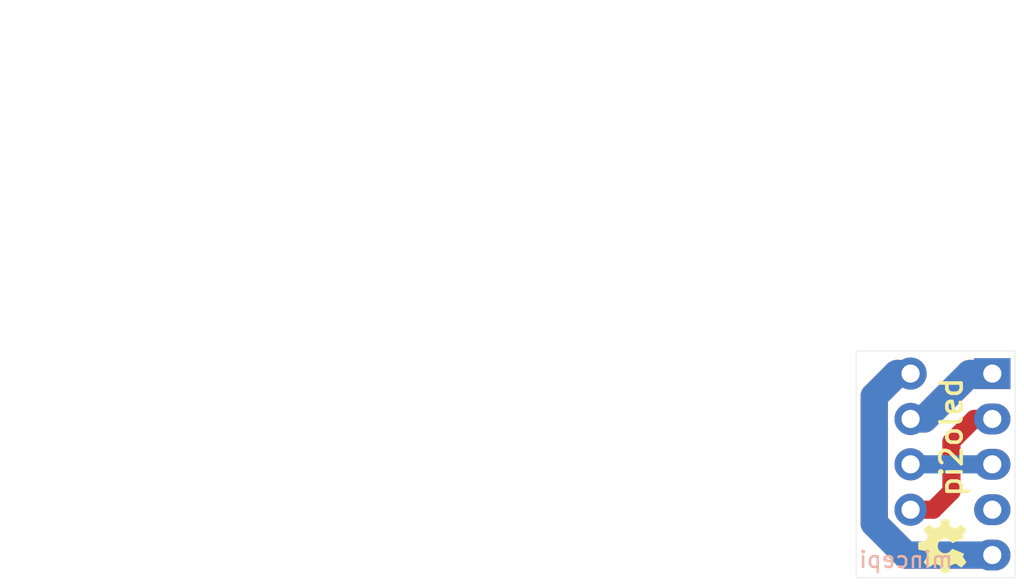
<source format=kicad_pcb>
(kicad_pcb (version 4) (host pcbnew 4.0.5+dfsg1-4)

  (general
    (links 4)
    (no_connects 0)
    (area 123.177299 76.187299 132.092701 88.912701)
    (thickness 1.6)
    (drawings 6)
    (tracks 23)
    (zones 0)
    (modules 3)
    (nets 6)
  )

  (page A4)
  (layers
    (0 F.Cu signal)
    (31 B.Cu signal)
    (32 B.Adhes user)
    (33 F.Adhes user hide)
    (34 B.Paste user)
    (35 F.Paste user)
    (36 B.SilkS user)
    (37 F.SilkS user)
    (38 B.Mask user)
    (39 F.Mask user)
    (40 Dwgs.User user)
    (41 Cmts.User user)
    (42 Eco1.User user)
    (43 Eco2.User user)
    (44 Edge.Cuts user)
    (45 Margin user)
    (46 B.CrtYd user)
    (47 F.CrtYd user)
    (48 B.Fab user)
    (49 F.Fab user)
  )

  (setup
    (last_trace_width 0.25)
    (user_trace_width 0.2032)
    (user_trace_width 0.254)
    (user_trace_width 0.508)
    (user_trace_width 0.762)
    (user_trace_width 1.016)
    (user_trace_width 1.27)
    (user_trace_width 1.524)
    (trace_clearance 0.2)
    (zone_clearance 0.508)
    (zone_45_only no)
    (trace_min 0.2)
    (segment_width 0.2)
    (edge_width 0.15)
    (via_size 0.6)
    (via_drill 0.4)
    (via_min_size 0.4)
    (via_min_drill 0.3)
    (uvia_size 0.3)
    (uvia_drill 0.1)
    (uvias_allowed no)
    (uvia_min_size 0)
    (uvia_min_drill 0)
    (pcb_text_width 0.3)
    (pcb_text_size 1.5 1.5)
    (mod_edge_width 0.15)
    (mod_text_size 1 1)
    (mod_text_width 0.15)
    (pad_size 1.524 1.524)
    (pad_drill 0.762)
    (pad_to_mask_clearance 0)
    (aux_axis_origin 0 0)
    (visible_elements 7FFFFFFF)
    (pcbplotparams
      (layerselection 0x00030_80000001)
      (usegerberextensions false)
      (excludeedgelayer true)
      (linewidth 0.100000)
      (plotframeref false)
      (viasonmask false)
      (mode 1)
      (useauxorigin false)
      (hpglpennumber 1)
      (hpglpenspeed 20)
      (hpglpendiameter 15)
      (hpglpenoverlay 2)
      (psnegative false)
      (psa4output false)
      (plotreference true)
      (plotvalue true)
      (plotinvisibletext false)
      (padsonsilk false)
      (subtractmaskfromsilk false)
      (outputformat 1)
      (mirror false)
      (drillshape 1)
      (scaleselection 1)
      (outputdirectory ""))
  )

  (net 0 "")
  (net 1 "Net-(P1-Pad1)")
  (net 2 "Net-(P1-Pad2)")
  (net 3 "Net-(P1-Pad3)")
  (net 4 "Net-(P1-Pad4)")
  (net 5 "Net-(P2-Pad4)")

  (net_class Default "This is the default net class."
    (clearance 0.2)
    (trace_width 0.25)
    (via_dia 0.6)
    (via_drill 0.4)
    (uvia_dia 0.3)
    (uvia_drill 0.1)
    (add_net "Net-(P1-Pad1)")
    (add_net "Net-(P1-Pad2)")
    (add_net "Net-(P1-Pad3)")
    (add_net "Net-(P1-Pad4)")
    (add_net "Net-(P2-Pad4)")
  )

  (module Pin_Headers:Pin_Header_Straight_1x04 (layer F.Cu) (tedit 5BFB6C8E) (tstamp 5BF9B0AD)
    (at 126.238 77.47)
    (descr "Through hole pin header")
    (tags "pin header")
    (path /5BF9AD2F)
    (fp_text reference P1 (at -43.942 -17.018) (layer F.SilkS) hide
      (effects (font (size 1 1) (thickness 0.15)))
    )
    (fp_text value CONN_01X04 (at -45.72 -18.796) (layer F.Fab)
      (effects (font (size 1 1) (thickness 0.15)))
    )
    (fp_line (start -1.75 -1.75) (end -1.75 9.4) (layer F.CrtYd) (width 0.05))
    (fp_line (start 1.75 -1.75) (end 1.75 9.4) (layer F.CrtYd) (width 0.05))
    (fp_line (start -1.75 -1.75) (end 1.75 -1.75) (layer F.CrtYd) (width 0.05))
    (fp_line (start -1.75 9.4) (end 1.75 9.4) (layer F.CrtYd) (width 0.05))
    (pad 1 thru_hole circle (at 0 0) (size 1.8 1.8) (drill 1.016) (layers *.Cu *.Mask)
      (net 1 "Net-(P1-Pad1)"))
    (pad 2 thru_hole circle (at 0 2.54) (size 1.8 1.8) (drill 1.016) (layers *.Cu *.Mask)
      (net 2 "Net-(P1-Pad2)"))
    (pad 3 thru_hole circle (at 0 5.08) (size 1.8 1.8) (drill 1.016) (layers *.Cu *.Mask)
      (net 3 "Net-(P1-Pad3)"))
    (pad 4 thru_hole circle (at 0 7.62) (size 1.8 1.8) (drill 1.016) (layers *.Cu *.Mask)
      (net 4 "Net-(P1-Pad4)"))
    (model Pin_Headers.3dshapes/Pin_Header_Straight_1x04.wrl
      (at (xyz 0 -0.15 0))
      (scale (xyz 1 1 1))
      (rotate (xyz 0 0 90))
    )
  )

  (module Pin_Headers:Pin_Header_Straight_1x05 (layer F.Cu) (tedit 5BF9CF09) (tstamp 5BF9B0B6)
    (at 130.81 77.47)
    (descr "Through hole pin header")
    (tags "pin header")
    (path /5BF9ACB8)
    (fp_text reference P2 (at -48.768 -16.764) (layer F.SilkS) hide
      (effects (font (size 1 1) (thickness 0.15)))
    )
    (fp_text value CONN_01X05 (at -50.546 -20.066) (layer F.Fab)
      (effects (font (size 1 1) (thickness 0.15)))
    )
    (fp_line (start -1.75 -1.75) (end -1.75 11.95) (layer F.CrtYd) (width 0.05))
    (fp_line (start 1.75 -1.75) (end 1.75 11.95) (layer F.CrtYd) (width 0.05))
    (fp_line (start -1.75 -1.75) (end 1.75 -1.75) (layer F.CrtYd) (width 0.05))
    (fp_line (start -1.75 11.95) (end 1.75 11.95) (layer F.CrtYd) (width 0.05))
    (pad 1 thru_hole rect (at 0 0) (size 2.032 1.7272) (drill 1.016) (layers *.Cu *.Mask)
      (net 2 "Net-(P1-Pad2)"))
    (pad 2 thru_hole oval (at 0 2.54) (size 2.032 1.7272) (drill 1.016) (layers *.Cu *.Mask)
      (net 4 "Net-(P1-Pad4)"))
    (pad 3 thru_hole oval (at 0 5.08) (size 2.032 1.7272) (drill 1.016) (layers *.Cu *.Mask)
      (net 3 "Net-(P1-Pad3)"))
    (pad 4 thru_hole oval (at 0 7.62) (size 2.032 1.7272) (drill 1.016) (layers *.Cu *.Mask)
      (net 5 "Net-(P2-Pad4)"))
    (pad 5 thru_hole oval (at 0 10.16) (size 2.032 1.7272) (drill 1.016) (layers *.Cu *.Mask)
      (net 1 "Net-(P1-Pad1)"))
    (model Pin_Headers.3dshapes/Pin_Header_Straight_1x05.wrl
      (at (xyz 0 -0.2 0))
      (scale (xyz 1 1 1))
      (rotate (xyz 0 0 90))
    )
  )

  (module osh-logo:osh-logo_silkscreen-front_3mm (layer F.Cu) (tedit 0) (tstamp 5BFCB475)
    (at 128.016 87.122 90)
    (fp_text reference G*** (at 0 1.59004 90) (layer F.SilkS) hide
      (effects (font (size 0.13462 0.13462) (thickness 0.0254)))
    )
    (fp_text value osh-logo_silkscreen-front_3mm (at 0 -1.59004 90) (layer F.SilkS) hide
      (effects (font (size 0.13462 0.13462) (thickness 0.0254)))
    )
    (fp_poly (pts (xy -0.90932 1.3462) (xy -0.89154 1.33858) (xy -0.85852 1.31572) (xy -0.80772 1.2827)
      (xy -0.7493 1.2446) (xy -0.68834 1.20396) (xy -0.64008 1.17094) (xy -0.60452 1.14808)
      (xy -0.59182 1.14046) (xy -0.5842 1.143) (xy -0.55626 1.15824) (xy -0.51562 1.17856)
      (xy -0.49022 1.19126) (xy -0.45212 1.2065) (xy -0.43434 1.21158) (xy -0.4318 1.2065)
      (xy -0.41656 1.17602) (xy -0.39624 1.12776) (xy -0.3683 1.06172) (xy -0.33528 0.98552)
      (xy -0.29972 0.90424) (xy -0.2667 0.82042) (xy -0.23368 0.74168) (xy -0.2032 0.66802)
      (xy -0.18034 0.6096) (xy -0.1651 0.56896) (xy -0.15748 0.55118) (xy -0.16002 0.54864)
      (xy -0.1778 0.53086) (xy -0.21082 0.50546) (xy -0.28194 0.44704) (xy -0.35306 0.36068)
      (xy -0.39624 0.26162) (xy -0.40894 0.14986) (xy -0.39878 0.04826) (xy -0.35814 -0.04826)
      (xy -0.28956 -0.13716) (xy -0.20574 -0.2032) (xy -0.10922 -0.24384) (xy 0 -0.25654)
      (xy 0.10414 -0.24638) (xy 0.2032 -0.20574) (xy 0.2921 -0.1397) (xy 0.3302 -0.09652)
      (xy 0.381 -0.00508) (xy 0.41148 0.0889) (xy 0.41402 0.11176) (xy 0.40894 0.21844)
      (xy 0.37846 0.32004) (xy 0.32258 0.40894) (xy 0.24638 0.4826) (xy 0.23622 0.49022)
      (xy 0.20066 0.51816) (xy 0.17526 0.53594) (xy 0.15748 0.55118) (xy 0.2921 0.87376)
      (xy 0.31242 0.92456) (xy 0.35052 1.01346) (xy 0.381 1.08966) (xy 0.40894 1.15062)
      (xy 0.42672 1.19126) (xy 0.43434 1.2065) (xy 0.43434 1.2065) (xy 0.44704 1.20904)
      (xy 0.4699 1.20142) (xy 0.51562 1.17856) (xy 0.5461 1.16332) (xy 0.57912 1.14808)
      (xy 0.59436 1.14046) (xy 0.6096 1.14808) (xy 0.64262 1.1684) (xy 0.68834 1.20142)
      (xy 0.74676 1.23952) (xy 0.80264 1.27762) (xy 0.85344 1.31064) (xy 0.889 1.33604)
      (xy 0.90678 1.34366) (xy 0.90932 1.34366) (xy 0.9271 1.33604) (xy 0.95504 1.31064)
      (xy 0.99822 1.27) (xy 1.06172 1.20904) (xy 1.07188 1.19888) (xy 1.12268 1.14808)
      (xy 1.16332 1.10236) (xy 1.19126 1.07188) (xy 1.20142 1.05918) (xy 1.20142 1.05918)
      (xy 1.19126 1.0414) (xy 1.1684 1.0033) (xy 1.13538 0.9525) (xy 1.09474 0.89154)
      (xy 0.98806 0.7366) (xy 1.04648 0.59182) (xy 1.06426 0.5461) (xy 1.08712 0.49022)
      (xy 1.1049 0.45212) (xy 1.11252 0.43434) (xy 1.1303 0.42926) (xy 1.1684 0.4191)
      (xy 1.22682 0.40894) (xy 1.29794 0.39624) (xy 1.36398 0.38354) (xy 1.4224 0.37084)
      (xy 1.46558 0.36322) (xy 1.4859 0.36068) (xy 1.49098 0.3556) (xy 1.49352 0.34798)
      (xy 1.49606 0.32766) (xy 1.4986 0.28956) (xy 1.4986 0.23368) (xy 1.4986 0.14986)
      (xy 1.4986 0.14224) (xy 1.4986 0.0635) (xy 1.49606 0) (xy 1.49352 -0.0381)
      (xy 1.49098 -0.05588) (xy 1.49098 -0.05588) (xy 1.4732 -0.06096) (xy 1.43002 -0.06858)
      (xy 1.3716 -0.08128) (xy 1.30048 -0.09398) (xy 1.2954 -0.09398) (xy 1.22428 -0.10922)
      (xy 1.16586 -0.12192) (xy 1.12268 -0.12954) (xy 1.1049 -0.13716) (xy 1.10236 -0.14224)
      (xy 1.08712 -0.17018) (xy 1.0668 -0.21336) (xy 1.04394 -0.2667) (xy 1.02108 -0.32258)
      (xy 1.00076 -0.37338) (xy 0.98806 -0.40894) (xy 0.98298 -0.42672) (xy 0.98298 -0.42672)
      (xy 0.99314 -0.4445) (xy 1.01854 -0.48006) (xy 1.0541 -0.53086) (xy 1.09474 -0.59182)
      (xy 1.09728 -0.5969) (xy 1.13792 -0.65786) (xy 1.17094 -0.70866) (xy 1.1938 -0.74422)
      (xy 1.20142 -0.75946) (xy 1.20142 -0.762) (xy 1.18872 -0.77978) (xy 1.15824 -0.8128)
      (xy 1.11252 -0.85852) (xy 1.06172 -0.91186) (xy 1.04394 -0.9271) (xy 0.98552 -0.98552)
      (xy 0.94488 -1.02108) (xy 0.91948 -1.0414) (xy 0.90932 -1.04648) (xy 0.90678 -1.04648)
      (xy 0.889 -1.03632) (xy 0.8509 -1.01092) (xy 0.8001 -0.97536) (xy 0.73914 -0.93472)
      (xy 0.7366 -0.93218) (xy 0.67564 -0.89154) (xy 0.62484 -0.85598) (xy 0.58928 -0.83312)
      (xy 0.57404 -0.8255) (xy 0.5715 -0.8255) (xy 0.54864 -0.83058) (xy 0.50546 -0.84582)
      (xy 0.45212 -0.86614) (xy 0.39624 -0.889) (xy 0.34544 -0.90932) (xy 0.30988 -0.9271)
      (xy 0.2921 -0.93726) (xy 0.28956 -0.93726) (xy 0.28448 -0.96012) (xy 0.27432 -1.00584)
      (xy 0.26162 -1.0668) (xy 0.24638 -1.14046) (xy 0.24384 -1.15062) (xy 0.23114 -1.22428)
      (xy 0.22098 -1.2827) (xy 0.21082 -1.32334) (xy 0.20828 -1.34112) (xy 0.19812 -1.34112)
      (xy 0.16256 -1.34366) (xy 0.10922 -1.3462) (xy 0.04318 -1.3462) (xy -0.02286 -1.3462)
      (xy -0.0889 -1.3462) (xy -0.14478 -1.34366) (xy -0.18542 -1.34112) (xy -0.2032 -1.33604)
      (xy -0.2032 -1.33604) (xy -0.20828 -1.31318) (xy -0.21844 -1.27) (xy -0.23114 -1.2065)
      (xy -0.24638 -1.13284) (xy -0.24892 -1.12014) (xy -0.26162 -1.04902) (xy -0.27432 -0.9906)
      (xy -0.28194 -0.94996) (xy -0.28702 -0.93472) (xy -0.2921 -0.93218) (xy -0.32258 -0.91694)
      (xy -0.37084 -0.89916) (xy -0.42926 -0.87376) (xy -0.56642 -0.81788) (xy -0.73406 -0.93472)
      (xy -0.7493 -0.94488) (xy -0.81026 -0.98552) (xy -0.86106 -1.01854) (xy -0.89662 -1.0414)
      (xy -0.90932 -1.04902) (xy -0.91186 -1.04902) (xy -0.9271 -1.03378) (xy -0.96012 -1.0033)
      (xy -1.00584 -0.95758) (xy -1.05918 -0.90678) (xy -1.09982 -0.86614) (xy -1.14554 -0.82042)
      (xy -1.17348 -0.7874) (xy -1.19126 -0.76708) (xy -1.19634 -0.75438) (xy -1.1938 -0.74676)
      (xy -1.18364 -0.72898) (xy -1.15824 -0.69342) (xy -1.12522 -0.64008) (xy -1.08458 -0.58166)
      (xy -1.04902 -0.53086) (xy -1.01346 -0.47498) (xy -0.9906 -0.43434) (xy -0.98044 -0.41656)
      (xy -0.98298 -0.4064) (xy -0.99568 -0.37338) (xy -1.016 -0.32512) (xy -1.0414 -0.26416)
      (xy -1.09982 -0.13208) (xy -1.18618 -0.1143) (xy -1.23952 -0.10414) (xy -1.31318 -0.09144)
      (xy -1.3843 -0.0762) (xy -1.49606 -0.05588) (xy -1.4986 0.34798) (xy -1.48082 0.3556)
      (xy -1.46558 0.36068) (xy -1.42494 0.37084) (xy -1.36652 0.381) (xy -1.29794 0.3937)
      (xy -1.23698 0.4064) (xy -1.17856 0.41656) (xy -1.13538 0.42418) (xy -1.1176 0.42926)
      (xy -1.11252 0.43434) (xy -1.09728 0.46482) (xy -1.07696 0.51054) (xy -1.0541 0.56388)
      (xy -1.0287 0.6223) (xy -1.00838 0.6731) (xy -0.99314 0.71374) (xy -0.98806 0.73406)
      (xy -0.99568 0.7493) (xy -1.01854 0.78486) (xy -1.05156 0.83566) (xy -1.0922 0.89408)
      (xy -1.13284 0.9525) (xy -1.16586 1.0033) (xy -1.19126 1.03886) (xy -1.19888 1.05664)
      (xy -1.1938 1.0668) (xy -1.17094 1.09474) (xy -1.12776 1.14046) (xy -1.06172 1.2065)
      (xy -1.04902 1.21666) (xy -0.99822 1.26746) (xy -0.9525 1.3081) (xy -0.92202 1.33604)
      (xy -0.90932 1.3462)) (layer F.SilkS) (width 0.00254))
  )

  (gr_text "mincepi\n" (at 125.984 87.884) (layer B.SilkS)
    (effects (font (size 0.9 0.9) (thickness 0.14)) (justify mirror))
  )
  (gr_text "pi2oled\n" (at 128.524 81.026 90) (layer F.SilkS)
    (effects (font (size 1.2 1.2) (thickness 0.2)))
  )
  (gr_line (start 123.19 76.2) (end 132.08 76.2) (angle 90) (layer Edge.Cuts) (width 0.0254))
  (gr_line (start 123.19 88.9) (end 123.19 76.2) (angle 90) (layer Edge.Cuts) (width 0.0254))
  (gr_line (start 132.08 88.9) (end 123.19 88.9) (angle 90) (layer Edge.Cuts) (width 0.0254))
  (gr_line (start 132.08 76.2) (end 132.08 88.9) (angle 90) (layer Edge.Cuts) (width 0.0254))

  (segment (start 126.238 77.47) (end 125.476 77.47) (width 1.524) (layer B.Cu) (net 1) (status 30))
  (segment (start 126.238 77.47) (end 125.476 77.47) (width 1.524) (layer F.Cu) (net 1) (status 30))
  (segment (start 125.476 77.47) (end 124.206 78.74) (width 1.524) (layer F.Cu) (net 1) (tstamp 5BF9B32D) (status 10))
  (segment (start 124.206 78.74) (end 124.206 85.852) (width 1.524) (layer F.Cu) (net 1) (tstamp 5BF9B32F))
  (segment (start 124.206 85.852) (end 125.984 87.63) (width 1.524) (layer F.Cu) (net 1) (tstamp 5BF9B331))
  (segment (start 125.984 87.63) (end 130.81 87.63) (width 1.524) (layer F.Cu) (net 1) (tstamp 5BF9B333) (status 20))
  (segment (start 125.476 77.47) (end 124.206 78.74) (width 1.524) (layer B.Cu) (net 1) (tstamp 5BF9B300) (status 10))
  (segment (start 125.984 87.63) (end 130.81 87.63) (width 1.524) (layer B.Cu) (net 1) (tstamp 5BF9B30A) (status 20))
  (segment (start 124.206 85.852) (end 125.984 87.63) (width 1.524) (layer B.Cu) (net 1) (tstamp 5BF9B308))
  (segment (start 124.206 78.74) (end 124.206 85.852) (width 1.524) (layer B.Cu) (net 1) (tstamp 5BF9B303))
  (segment (start 125.73 77.47) (end 125.476 77.47) (width 0.508) (layer B.Cu) (net 1) (status 30))
  (segment (start 126.238 80.01) (end 127 80.01) (width 1.524) (layer F.Cu) (net 2) (status 30))
  (segment (start 127 80.01) (end 129.54 77.47) (width 1.524) (layer F.Cu) (net 2) (tstamp 5BF9B467) (status 10))
  (segment (start 129.54 77.47) (end 130.81 77.47) (width 1.524) (layer F.Cu) (net 2) (tstamp 5BF9B469) (status 20))
  (segment (start 130.81 77.47) (end 129.54 77.47) (width 1.524) (layer B.Cu) (net 2) (status 10))
  (segment (start 129.54 77.47) (end 127 80.01) (width 1.524) (layer B.Cu) (net 2) (tstamp 5BF9B447) (status 20))
  (segment (start 126.238 80.01) (end 127 80.01) (width 1.524) (layer B.Cu) (net 2) (status 30))
  (segment (start 125.984 82.55) (end 130.81 82.55) (width 1.016) (layer B.Cu) (net 3) (status 30))
  (segment (start 126.238 85.09) (end 127.508 85.09) (width 1.016) (layer F.Cu) (net 4) (status 10))
  (segment (start 127.508 85.09) (end 128.524 84.074) (width 1.016) (layer F.Cu) (net 4) (tstamp 5BF9B484))
  (segment (start 128.524 84.074) (end 128.524 81.28) (width 1.016) (layer F.Cu) (net 4) (tstamp 5BF9B489))
  (segment (start 128.524 81.28) (end 129.794 80.01) (width 1.016) (layer F.Cu) (net 4) (tstamp 5BF9B48C) (status 20))
  (segment (start 129.794 80.01) (end 130.81 80.01) (width 1.016) (layer F.Cu) (net 4) (tstamp 5BF9B48F) (status 30))

)

</source>
